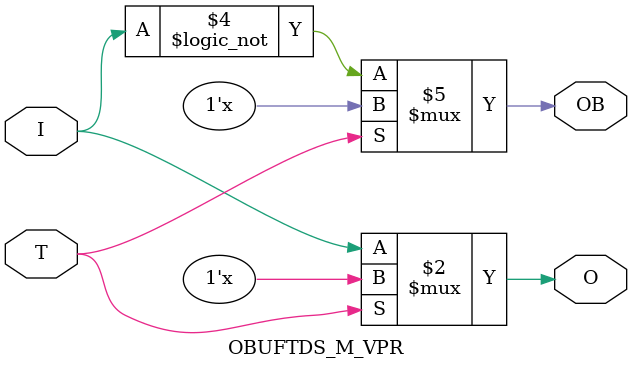
<source format=v>
module OBUFTDS_M_VPR (
    input  I,
    input  T,
    output O,
    output OB
);
  parameter [0:0] LVCMOS12_LVCMOS15_LVCMOS18_LVCMOS25_LVCMOS33_LVTTL_SSTL135_SSTL15_SLEW_SLOW = 1'b0;
  parameter [0:0] LVCMOS12_LVCMOS15_LVCMOS18_SSTL135_SSTL15_STEPDOWN = 1'b0;
  parameter [0:0] LVCMOS15_SSTL15_DRIVE_I16_I_FIXED = 1'b0;
  parameter [0:0] LVDS_25_DRIVE_I_FIXED = 1'b0;
  parameter [0:0] LVDS_25_OUT = 1'b0;
  parameter [0:0] SSTL135_DRIVE_I_FIXED = 1'b0;
  parameter [0:0] SSTL135_SSTL15_SLEW_FAST = 1'b0;
  parameter [0:0] TMDS_33_DRIVE_I_FIXED = 1'b0;
  parameter [0:0] TMDS_33_OUT = 1'b0;
  parameter [0:0] IN_TERM_UNTUNED_SPLIT_40 = 1'b0;
  parameter [0:0] IN_TERM_UNTUNED_SPLIT_50 = 1'b0;
  parameter [0:0] IN_TERM_UNTUNED_SPLIT_60 = 1'b0;
  parameter [0:0] PULLTYPE_PULLUP = 1'b0;
  parameter [0:0] PULLTYPE_PULLDOWN = 1'b0;
  parameter [0:0] PULLTYPE_NONE = 1'b0;
  parameter [0:0] PULLTYPE_KEEPER = 1'b0;
  parameter PULLTYPE = "";
  parameter IOSTANDARD = "";
  parameter SLEW = "";
  assign O  = (T == 1'b0) ?  I : 1'bz;
  assign OB = (T == 1'b0) ? !I : 1'bz;
endmodule
</source>
